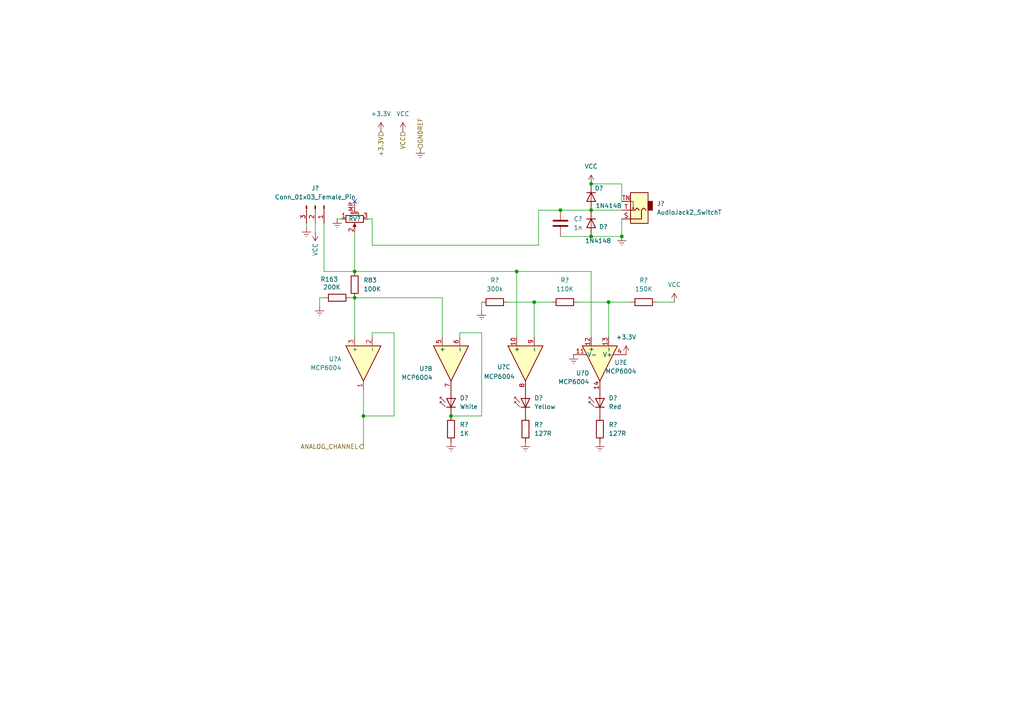
<source format=kicad_sch>
(kicad_sch (version 20250114) (generator "eeschema") (generator_version "9.0")
  (paper "A4")
  (lib_symbols
    (symbol "Amplifier_Operational:MCP6004" (pin_names (offset 0.127))
      (property "Reference" "U" (at 0 5.08 0))
      (property "Value" "MCP6004" (at 0 -5.08 0))
      (symbol "MCP6004_1_1"
        (polyline (pts (xy -5.08 5.08) (xy 5.08 0) (xy -5.08 -5.08) (xy -5.08 5.08)) (stroke (width 0.254)) (fill (type background)))
        (pin input line (at -7.62 2.54 0) (length 2.54) (name "+") (number "3"))
        (pin input line (at -7.62 -2.54 0) (length 2.54) (name "-") (number "2"))
        (pin output line (at 7.62 0 180) (length 2.54) (name "~") (number "1"))
      )
      (symbol "MCP6004_2_1"
        (polyline (pts (xy -5.08 5.08) (xy 5.08 0) (xy -5.08 -5.08) (xy -5.08 5.08)) (stroke (width 0.254)) (fill (type background)))
        (pin input line (at -7.62 2.54 0) (length 2.54) (name "+") (number "5"))
        (pin input line (at -7.62 -2.54 0) (length 2.54) (name "-") (number "6"))
        (pin output line (at 7.62 0 180) (length 2.54) (name "~") (number "7"))
      )
      (symbol "MCP6004_3_1"
        (polyline (pts (xy -5.08 5.08) (xy 5.08 0) (xy -5.08 -5.08) (xy -5.08 5.08)) (stroke (width 0.254)) (fill (type background)))
        (pin input line (at -7.62 2.54 0) (length 2.54) (name "+") (number "10"))
        (pin input line (at -7.62 -2.54 0) (length 2.54) (name "-") (number "9"))
        (pin output line (at 7.62 0 180) (length 2.54) (name "~") (number "8"))
      )
      (symbol "MCP6004_4_1"
        (polyline (pts (xy -5.08 5.08) (xy 5.08 0) (xy -5.08 -5.08) (xy -5.08 5.08)) (stroke (width 0.254)) (fill (type background)))
        (pin input line (at -7.62 2.54 0) (length 2.54) (name "+") (number "12"))
        (pin input line (at -7.62 -2.54 0) (length 2.54) (name "-") (number "13"))
        (pin output line (at 7.62 0 180) (length 2.54) (name "~") (number "14"))
      )
      (symbol "MCP6004_5_1"
        (pin power_in line (at -2.54 7.62 270) (length 3.81) (name "V+") (number "4"))
        (pin power_in line (at -2.54 -7.62 90) (length 3.81) (name "V-") (number "11"))
      )
    )
    (symbol "Connector:Conn_01x03_Pin" (pin_names (offset 1.016) (hide yes))
      (property "Reference" "J" (at 0 5.08 0))
      (property "Value" "Conn_01x03_Pin" (at 0 -5.08 0))
      (symbol "Conn_01x03_Pin_1_1"
        (rectangle (start 0.8636 2.667) (end 0 2.413) (stroke (width 0.1524)) (fill (type outline)))
        (rectangle (start 0.8636 0.127) (end 0 -0.127) (stroke (width 0.1524)) (fill (type outline)))
        (rectangle (start 0.8636 -2.413) (end 0 -2.667) (stroke (width 0.1524)) (fill (type outline)))
        (polyline (pts (xy 1.27 2.54) (xy 0.8636 2.54)) (stroke (width 0.1524)))
        (polyline (pts (xy 1.27 0) (xy 0.8636 0)) (stroke (width 0.1524)))
        (polyline (pts (xy 1.27 -2.54) (xy 0.8636 -2.54)) (stroke (width 0.1524)))
        (pin passive line (at 5.08 2.54 180) (length 3.81) (name "Pin_1") (number "1"))
        (pin passive line (at 5.08 0 180) (length 3.81) (name "Pin_2") (number "2"))
        (pin passive line (at 5.08 -2.54 180) (length 3.81) (name "Pin_3") (number "3"))
      )
    )
    (symbol "Connector_Audio:AudioJack2_SwitchT"
      (property "Reference" "J" (at 0 8.89 0))
      (property "Value" "AudioJack2_SwitchT" (at 0 6.35 0))
      (symbol "AudioJack2_SwitchT_0_1"
        (rectangle (start -2.54 0) (end -3.81 -2.54) (stroke (width 0.254)) (fill (type outline)))
        (polyline (pts (xy 0 0) (xy 0.635 -0.635) (xy 1.27 0) (xy 2.54 0)) (stroke (width 0.254)))
        (polyline (pts (xy 1.778 -0.254) (xy 2.032 -0.762)))
        (rectangle (start 2.54 3.81) (end -2.54 -5.08) (stroke (width 0.254)) (fill (type background)))
        (polyline (pts (xy 2.54 2.54) (xy -0.635 2.54) (xy -0.635 0) (xy -1.27 -0.635) (xy -1.905 0)) (stroke (width 0.254)))
        (polyline (pts (xy 2.54 -2.54) (xy 1.778 -2.54) (xy 1.778 -0.254) (xy 1.524 -0.762)))
      )
      (symbol "AudioJack2_SwitchT_1_1"
        (pin passive line (at 5.08 2.54 180) (length 2.54) (name "~") (number "S"))
        (pin passive line (at 5.08 0 180) (length 2.54) (name "~") (number "T"))
        (pin passive line (at 5.08 -2.54 180) (length 2.54) (name "~") (number "TN"))
      )
    )
    (symbol "Device:C" (pin_numbers (hide yes)) (pin_names (offset 0.254))
      (property "Reference" "C" (at 0.635 2.54 0))
      (property "Value" "C" (at 0.635 -2.54 0))
      (symbol "C_0_1"
        (polyline (pts (xy -2.032 0.762) (xy 2.032 0.762)) (stroke (width 0.508)))
        (polyline (pts (xy -2.032 -0.762) (xy 2.032 -0.762)) (stroke (width 0.508)))
      )
      (symbol "C_1_1"
        (pin passive line (at 0 3.81 270) (length 2.794) (name "~") (number "1"))
        (pin passive line (at 0 -3.81 90) (length 2.794) (name "~") (number "2"))
      )
    )
    (symbol "Device:D" (pin_numbers (hide yes)) (pin_names (offset 1.016) (hide yes))
      (property "Reference" "D" (at 0 2.54 0))
      (property "Value" "D" (at 0 -2.54 0))
      (symbol "D_0_1"
        (polyline (pts (xy -1.27 1.27) (xy -1.27 -1.27)) (stroke (width 0.254)))
        (polyline (pts (xy 1.27 1.27) (xy 1.27 -1.27) (xy -1.27 0) (xy 1.27 1.27)) (stroke (width 0.254)))
        (polyline (pts (xy 1.27 0) (xy -1.27 0)))
      )
      (symbol "D_1_1"
        (pin passive line (at -3.81 0 0) (length 2.54) (name "K") (number "1"))
        (pin passive line (at 3.81 0 180) (length 2.54) (name "A") (number "2"))
      )
    )
    (symbol "Device:R" (pin_numbers (hide yes)) (pin_names (offset 0))
      (property "Reference" "R" (at 2.032 0 90))
      (property "Value" "R" (at 0 0 90))
      (symbol "R_0_1"
        (rectangle (start -1.016 -2.54) (end 1.016 2.54) (stroke (width 0.254)))
      )
      (symbol "R_1_1"
        (pin passive line (at 0 3.81 270) (length 1.27) (name "~") (number "1"))
        (pin passive line (at 0 -3.81 90) (length 1.27) (name "~") (number "2"))
      )
    )
    (symbol "Device:R_Potentiometer_MountingPin" (pin_names (offset 1.016) (hide yes))
      (property "Reference" "RV" (at -8.255 0 90))
      (property "Value" "R_Potentiometer_MountingPin" (at -6.35 0 90))
      (symbol "R_Potentiometer_MountingPin_0_1"
        (rectangle (start 1.016 2.54) (end -1.016 -2.54) (stroke (width 0.254)))
        (polyline (pts (xy 1.143 0) (xy 2.286 0.508) (xy 2.286 -0.508)) (fill (type outline)))
        (polyline (pts (xy 2.54 0) (xy 1.524 0)))
      )
      (symbol "R_Potentiometer_MountingPin_1_1"
        (polyline (pts (xy -2.032 1.016) (xy -2.032 -1.016)) (stroke (width 0.1524)))
        (text "Mounting" (at -1.651 0 900) (effects (font (size 0.381 0.381))))
        (pin passive line (at -5.08 0 0) (length 3.048) (name "MountPin") (number "MP"))
        (pin passive line (at 0 3.81 270) (length 1.27) (name "1") (number "1"))
        (pin passive line (at 0 -3.81 90) (length 1.27) (name "3") (number "3"))
        (pin passive line (at 3.81 0 180) (length 1.27) (name "2") (number "2"))
      )
    )
    (symbol "LED:IRL81A" (pin_numbers (hide yes)) (pin_names (offset 1.016) (hide yes))
      (property "Reference" "D" (at 0.508 1.778 0))
      (property "Value" "IRL81A" (at -1.016 -2.794 0))
      (symbol "IRL81A_0_1"
        (polyline (pts (xy -2.54 1.27) (xy -2.54 -1.27)) (stroke (width 0.254)))
        (polyline (pts (xy -2.54 0) (xy 0 0)))
        (polyline (pts (xy -2.413 1.651) (xy -0.889 3.175) (xy -0.889 2.667) (xy -0.889 3.175) (xy -1.397 3.175)))
        (polyline (pts (xy -1.143 1.651) (xy 0.381 3.175) (xy 0.381 2.667)))
        (polyline (pts (xy 0 -1.27) (xy 0 1.27) (xy -2.54 0) (xy 0 -1.27)) (stroke (width 0.254)))
        (polyline (pts (xy 0.381 3.175) (xy -0.127 3.175)))
      )
      (symbol "IRL81A_1_1"
        (pin passive line (at -5.08 0 0) (length 2.54) (name "K") (number "1"))
        (pin passive line (at 2.54 0 180) (length 2.54) (name "A") (number "2"))
      )
    )
    (symbol "power:+3.3V" (power) (pin_numbers (hide yes)) (pin_names (offset 0) (hide yes))
      (property "Value" "+3.3V" (at 0 3.556 0))
      (symbol "+3.3V_0_1"
        (polyline (pts (xy -0.762 1.27) (xy 0 2.54)))
        (polyline (pts (xy 0 2.54) (xy 0.762 1.27)))
        (polyline (pts (xy 0 0) (xy 0 2.54)))
      )
      (symbol "+3.3V_1_1"
        (pin power_in line (at 0 0 90) (length 0) (name "~") (number "1"))
      )
    )
    (symbol "power:GNDREF" (power) (pin_numbers (hide yes)) (pin_names (offset 0) (hide yes))
      (property "Value" "GNDREF" (at 0 -3.81 0))
      (symbol "GNDREF_0_1"
        (polyline (pts (xy -0.635 -1.905) (xy 0.635 -1.905)))
        (polyline (pts (xy -0.127 -2.54) (xy 0.127 -2.54)))
        (polyline (pts (xy 0 -1.27) (xy 0 0)))
        (polyline (pts (xy 1.27 -1.27) (xy -1.27 -1.27)))
      )
      (symbol "GNDREF_1_1"
        (pin power_in line (at 0 0 270) (length 0) (name "~") (number "1"))
      )
    )
    (symbol "power:VCC" (power) (pin_numbers (hide yes)) (pin_names (offset 0) (hide yes))
      (property "Value" "VCC" (at 0 3.556 0))
      (symbol "VCC_0_1"
        (polyline (pts (xy -0.762 1.27) (xy 0 2.54)))
        (polyline (pts (xy 0 2.54) (xy 0.762 1.27)))
        (polyline (pts (xy 0 0) (xy 0 2.54)))
      )
      (symbol "VCC_1_1"
        (pin power_in line (at 0 0 90) (length 0) (name "~") (number "1"))
      )
    )
  )
  (junction (at 180.34 68.58))
  (junction (at 130.81 120.65))
  (junction (at 162.56 60.96))
  (junction (at 171.45 60.96))
  (junction (at 171.45 68.58))
  (junction (at 102.87 78.74))
  (junction (at 105.41 120.65))
  (junction (at 102.87 86.36))
  (junction (at 176.53 87.63))
  (junction (at 154.94 87.63))
  (junction (at 171.45 53.34))
  (junction (at 149.86 78.74))
  (no_connect (at 102.87 58.42))
  (wire (pts (xy 162.56 68.58) (xy 171.45 68.58)))
  (wire (pts (xy 162.56 60.96) (xy 171.45 60.96)))
  (wire (pts (xy 92.71 86.36) (xy 92.71 88.9)))
  (wire (pts (xy 133.35 96.52) (xy 133.35 97.79)))
  (wire (pts (xy 102.87 78.74) (xy 149.86 78.74)))
  (wire (pts (xy 102.87 86.36) (xy 128.27 86.36)))
  (wire (pts (xy 107.95 63.5) (xy 107.95 71.12)))
  (wire (pts (xy 102.87 85.09) (xy 102.87 86.36)))
  (wire (pts (xy 107.95 63.5) (xy 106.68 63.5)))
  (wire (pts (xy 167.64 87.63) (xy 176.53 87.63)))
  (wire (pts (xy 156.21 60.96) (xy 162.56 60.96)))
  (wire (pts (xy 93.98 64.77) (xy 93.98 78.74)))
  (wire (pts (xy 97.79 63.5) (xy 99.06 63.5)))
  (wire (pts (xy 105.41 129.54) (xy 105.41 120.65)))
  (wire (pts (xy 107.95 71.12) (xy 156.21 71.12)))
  (wire (pts (xy 130.81 120.65) (xy 139.7 120.65)))
  (wire (pts (xy 154.94 87.63) (xy 154.94 97.79)))
  (wire (pts (xy 133.35 96.52) (xy 139.7 96.52)))
  (wire (pts (xy 180.34 53.34) (xy 180.34 58.42)))
  (wire (pts (xy 176.53 87.63) (xy 182.88 87.63)))
  (wire (pts (xy 107.95 96.52) (xy 114.3 96.52)))
  (wire (pts (xy 147.32 87.63) (xy 154.94 87.63)))
  (wire (pts (xy 102.87 67.31) (xy 102.87 78.74)))
  (wire (pts (xy 107.95 96.52) (xy 107.95 97.79)))
  (wire (pts (xy 93.98 78.74) (xy 102.87 78.74)))
  (wire (pts (xy 180.34 68.58) (xy 180.34 63.5)))
  (wire (pts (xy 195.58 87.63) (xy 190.5 87.63)))
  (wire (pts (xy 171.45 68.58) (xy 180.34 68.58)))
  (wire (pts (xy 102.87 86.36) (xy 102.87 97.79)))
  (wire (pts (xy 92.71 86.36) (xy 93.98 86.36)))
  (wire (pts (xy 91.44 64.77) (xy 91.44 67.31)))
  (wire (pts (xy 128.27 86.36) (xy 128.27 97.79)))
  (wire (pts (xy 171.45 60.96) (xy 180.34 60.96)))
  (wire (pts (xy 156.21 71.12) (xy 156.21 60.96)))
  (wire (pts (xy 88.9 64.77) (xy 88.9 66.04)))
  (wire (pts (xy 101.6 86.36) (xy 102.87 86.36)))
  (wire (pts (xy 149.86 78.74) (xy 171.45 78.74)))
  (wire (pts (xy 171.45 78.74) (xy 171.45 97.79)))
  (wire (pts (xy 114.3 120.65) (xy 105.41 120.65)))
  (wire (pts (xy 171.45 53.34) (xy 180.34 53.34)))
  (wire (pts (xy 139.7 96.52) (xy 139.7 120.65)))
  (wire (pts (xy 176.53 87.63) (xy 176.53 97.79)))
  (wire (pts (xy 149.86 78.74) (xy 149.86 97.79)))
  (wire (pts (xy 105.41 113.03) (xy 105.41 120.65)))
  (wire (pts (xy 154.94 87.63) (xy 160.02 87.63)))
  (wire (pts (xy 114.3 96.52) (xy 114.3 120.65)))
  (wire (pts (xy 139.7 87.63) (xy 139.7 90.17)))
  (hierarchical_label "GNDREF" (shape input) (at 121.92 43.18 90))
  (hierarchical_label "ANALOG_CHANNEL" (shape output) (at 105.41 129.54 180))
  (hierarchical_label "VCC" (shape input) (at 116.84 38.1 270))
  (hierarchical_label "+3.3V" (shape input) (at 110.49 38.1 270))
  (symbol (lib_id "Connector:Conn_01x03_Pin") (at 91.44 59.69 270) (unit 1)
    (property "Reference" "J?" (at 91.44 54.61 90))
    (property "Value" "Conn_01x03_Female_Pin" (at 91.44 57.15 90))
    (property "Footprint" "Connector_PinSocket_2.54mm:PinSocket_1x03_P2.54mm_Vertical" (effects (hide yes)))
    (property "Description" "Generic connector, single row, 01x03, script generated" (effects (hide yes)))
  )
  (symbol (lib_id "power:+3.3V") (at 181.61 102.87 0) (unit 1)
    (property "Reference" "#PWR085" (effects (hide yes)))
    (property "Value" "+3.3V" (at 181.61 97.79 0))
    (property "Description" "Power symbol creates a global label with name \"+3.3V\"" (effects (hide yes)))
    (instances (project "Oblique Palette 0.5.1 PCB Main" (path "" (reference "#PWR0136") (unit 1)) (path "" (reference "#PWR0102") (unit 1)) (path "" (reference "#PWR0353") (unit 1)) (path "" (reference "#PWR0187") (unit 1)) (path "" (reference "#PWR0170") (unit 1)) (path "" (reference "#PWR0119") (unit 1)) (path "" (reference "#PWR085") (unit 1)) (path "" (reference "#PWR0153") (unit 1))))
  )
  (symbol (lib_id "Device:R") (at 102.87 82.55 0) (unit 1)
    (property "Reference" "R68" (at 105.41 81.2799 0) (effects (justify left)))
    (property "Value" "100K" (at 105.41 83.8199 0) (effects (justify left)))
    (property "Footprint" "Resistor_SMD:R_0805_2012Metric" (effects (hide yes)))
    (property "Description" "Resistor" (effects (hide yes)))
    (instances (project "Oblique Palette 0.5.1 PCB Main" (path "" (reference "R83") (unit 1)) (path "" (reference "R72") (unit 1)) (path "" (reference "R105") (unit 1)) (path "" (reference "R101") (unit 1)) (path "" (reference "R94") (unit 1)) (path "" (reference "R79") (unit 1)) (path "" (reference "R68") (unit 1)) (path "" (reference "R90") (unit 1))))
  )
  (symbol (lib_id "Device:C") (at 162.56 64.77 0) (unit 1)
    (property "Reference" "C?" (at 166.37 63.4999 0) (effects (justify left)))
    (property "Value" "1n" (at 166.37 66.0399 0) (effects (justify left)))
    (property "Footprint" "Capacitor_SMD:C_0805_2012Metric" (effects (hide yes)))
    (property "Description" "Unpolarized capacitor" (effects (hide yes)))
  )
  (symbol (lib_id "power:GNDREF") (at 139.7 90.17 0) (unit 1)
    (property "Reference" "#PWR?" (effects (hide yes)))
    (property "Value" "GNDREF" (effects (hide yes)))
    (property "Description" "Power symbol creates a global label with name \"GNDREF\" , reference supply ground" (effects (hide yes)))
  )
  (symbol (lib_id "power:GNDREF") (at 97.79 63.5 0) (unit 1)
    (property "Reference" "#PWR?" (effects (hide yes)))
    (property "Value" "GNDREF" (effects (hide yes)))
    (property "Description" "Power symbol creates a global label with name \"GNDREF\" , reference supply ground" (effects (hide yes)))
  )
  (symbol (lib_id "Device:R") (at 173.99 124.46 0) (unit 1)
    (property "Reference" "R?" (at 176.53 123.1899 0) (effects (justify left)))
    (property "Value" "127R" (at 176.53 125.7299 0) (effects (justify left)))
    (property "Footprint" "Resistor_SMD:R_0805_2012Metric" (effects (hide yes)))
    (property "Description" "Resistor" (effects (hide yes)))
  )
  (symbol (lib_id "Amplifier_Operational:MCP6004") (at 173.99 105.41 270) (unit 5)
    (property "Reference" "U?" (at 180.086 105.156 90))
    (property "Value" "MCP6004" (at 180.086 107.696 90))
    (property "Footprint" "Package_SO:SOIC-14_3.9x8.7mm_P1.27mm" (effects (hide yes)))
    (property "Datasheet" "http://ww1.microchip.com/downloads/en/DeviceDoc/21733j.pdf" (effects (hide yes)))
    (property "Description" "1MHz, Low-Power Op Amp, DIP-14/SOIC-14/TSSOP-14" (effects (hide yes)))
    (property "LCSC PN" "C116668" (effects (hide yes)))
  )
  (symbol (lib_id "Device:R") (at 97.79 86.36 270) (unit 1)
    (property "Reference" "R160" (at 95.504 81.026 90))
    (property "Value" "200K" (at 96.266 83.312 90))
    (property "Footprint" "Resistor_SMD:R_0805_2012Metric" (effects (hide yes)))
    (property "Description" "Resistor" (effects (hide yes)))
    (instances (project "Oblique Palette 0.5.1 PCB Main" (path "" (reference "R163") (unit 1)) (path "" (reference "R161") (unit 1)) (path "" (reference "R167") (unit 1)) (path "" (reference "R166") (unit 1)) (path "" (reference "R165") (unit 1)) (path "" (reference "R162") (unit 1)) (path "" (reference "R160") (unit 1)) (path "" (reference "R164") (unit 1))))
  )
  (symbol (lib_id "Amplifier_Operational:MCP6004") (at 105.41 105.41 90) (mirror x) (unit 1)
    (property "Reference" "U?" (at 99.06 104.1399 90) (effects (justify left)))
    (property "Value" "MCP6004" (at 99.06 106.6799 90) (effects (justify left)))
    (property "Footprint" "Package_SO:SOIC-14_3.9x8.7mm_P1.27mm" (effects (hide yes)))
    (property "Datasheet" "http://ww1.microchip.com/downloads/en/DeviceDoc/21733j.pdf" (effects (hide yes)))
    (property "Description" "1MHz, Low-Power Op Amp, DIP-14/SOIC-14/TSSOP-14" (effects (hide yes)))
    (property "LCSC PN" "C116668" (effects (hide yes)))
  )
  (symbol (lib_id "power:GNDREF") (at 130.81 128.27 0) (unit 1)
    (property "Reference" "#PWR?" (effects (hide yes)))
    (property "Value" "GNDREF" (effects (hide yes)))
    (property "Description" "Power symbol creates a global label with name \"GNDREF\" , reference supply ground" (effects (hide yes)))
  )
  (symbol (lib_id "Amplifier_Operational:MCP6004") (at 152.4 105.41 90) (mirror x) (unit 3)
    (property "Reference" "U?" (at 148.082 106.426 90) (effects (justify left)))
    (property "Value" "MCP6004" (at 149.352 109.22 90) (effects (justify left)))
    (property "Footprint" "Package_SO:SOIC-14_3.9x8.7mm_P1.27mm" (effects (hide yes)))
    (property "Datasheet" "http://ww1.microchip.com/downloads/en/DeviceDoc/21733j.pdf" (effects (hide yes)))
    (property "Description" "1MHz, Low-Power Op Amp, DIP-14/SOIC-14/TSSOP-14" (effects (hide yes)))
    (property "LCSC PN" "C116668" (effects (hide yes)))
  )
  (symbol (lib_id "power:VCC") (at 91.44 67.31 180) (unit 1)
    (property "Reference" "#PWR?" (effects (hide yes)))
    (property "Value" "VCC" (at 91.44 72.39 90))
    (property "Description" "Power symbol creates a global label with name \"VCC\"" (effects (hide yes)))
  )
  (symbol (lib_id "power:VCC") (at 171.45 53.34 0) (unit 1)
    (property "Reference" "#PWR?" (effects (hide yes)))
    (property "Value" "VCC" (at 171.45 48.26 0))
    (property "Description" "Power symbol creates a global label with name \"VCC\"" (effects (hide yes)))
  )
  (symbol (lib_id "power:GNDREF") (at 166.37 102.87 0) (unit 1)
    (property "Reference" "#PWR?" (effects (hide yes)))
    (property "Value" "GNDREF" (effects (hide yes)))
    (property "Description" "Power symbol creates a global label with name \"GNDREF\" , reference supply ground" (effects (hide yes)))
  )
  (symbol (lib_id "power:GNDREF") (at 92.71 88.9 0) (unit 1)
    (property "Reference" "#PWR0214" (effects (hide yes)))
    (property "Value" "GNDREF" (effects (hide yes)))
    (property "Description" "Power symbol creates a global label with name \"GNDREF\" , reference supply ground" (effects (hide yes)))
    (instances (project "Oblique Palette 0.5.1 PCB Main" (path "" (reference "#PWR0231") (unit 1)) (path "" (reference "#PWR0216") (unit 1)) (path "" (reference "#PWR0261") (unit 1)) (path "" (reference "#PWR0259") (unit 1)) (path "" (reference "#PWR0246") (unit 1)) (path "" (reference "#PWR0229") (unit 1)) (path "" (reference "#PWR0214") (unit 1)) (path "" (reference "#PWR0244") (unit 1))))
  )
  (symbol (lib_id "Device:D") (at 171.45 57.15 270) (unit 1)
    (property "Reference" "D?" (at 172.466 54.61 90) (effects (justify left)))
    (property "Value" "1N4148" (at 172.72 59.69 90) (effects (justify left)))
    (property "Footprint" "Diode_SMD:D_SOD-123" (effects (hide yes)))
    (property "Description" "Diode" (effects (hide yes)))
    (property "Sim.Device" "D" (effects (hide yes)))
    (property "Sim.Pins" "1=K 2=A" (effects (hide yes)))
  )
  (symbol (lib_id "power:VCC") (at 116.84 38.1 0) (unit 1)
    (property "Reference" "#PWR?" (effects (hide yes)))
    (property "Value" "VCC" (at 116.84 33.02 0))
    (property "Description" "Power symbol creates a global label with name \"VCC\"" (effects (hide yes)))
  )
  (symbol (lib_id "Amplifier_Operational:MCP6004") (at 130.81 105.41 90) (mirror x) (unit 2)
    (property "Reference" "U?" (at 125.476 106.934 90) (effects (justify left)))
    (property "Value" "MCP6004" (at 125.476 109.474 90) (effects (justify left)))
    (property "Footprint" "Package_SO:SOIC-14_3.9x8.7mm_P1.27mm" (effects (hide yes)))
    (property "Datasheet" "http://ww1.microchip.com/downloads/en/DeviceDoc/21733j.pdf" (effects (hide yes)))
    (property "Description" "1MHz, Low-Power Op Amp, DIP-14/SOIC-14/TSSOP-14" (effects (hide yes)))
    (property "LCSC PN" "C116668" (effects (hide yes)))
  )
  (symbol (lib_id "power:GNDREF") (at 173.99 128.27 0) (unit 1)
    (property "Reference" "#PWR?" (effects (hide yes)))
    (property "Value" "GNDREF" (effects (hide yes)))
    (property "Description" "Power symbol creates a global label with name \"GNDREF\" , reference supply ground" (effects (hide yes)))
  )
  (symbol (lib_id "Device:D") (at 171.45 64.77 270) (unit 1)
    (property "Reference" "D?" (at 173.736 65.786 90) (effects (justify left)))
    (property "Value" "1N4148" (at 169.672 69.85 90) (effects (justify left)))
    (property "Footprint" "Diode_SMD:D_SOD-123" (effects (hide yes)))
    (property "Description" "Diode" (effects (hide yes)))
    (property "Sim.Device" "D" (effects (hide yes)))
    (property "Sim.Pins" "1=K 2=A" (effects (hide yes)))
  )
  (symbol (lib_id "LED:IRL81A") (at 130.81 115.57 90) (unit 1)
    (property "Reference" "D?" (at 133.35 115.4429 90) (effects (justify right)))
    (property "Value" "White" (at 133.35 117.9829 90) (effects (justify right)))
    (property "Footprint" "LED_THT:LED_SideEmitter_Rectangular_W4.5mm_H1.6mm" (effects (hide yes)))
    (property "Datasheet" "http://www.osram-os.com/Graphics/XPic0/00203825_0.pdf" (effects (hide yes)))
    (property "Description" "850nm High Power Infrared Emitter, Side-Emitter package" (effects (hide yes)))
  )
  (symbol (lib_id "Device:R") (at 130.81 124.46 0) (unit 1)
    (property "Reference" "R?" (at 133.35 123.1899 0) (effects (justify left)))
    (property "Value" "1K" (at 133.35 125.7299 0) (effects (justify left)))
    (property "Footprint" "Resistor_SMD:R_0805_2012Metric" (effects (hide yes)))
    (property "Description" "Resistor" (effects (hide yes)))
  )
  (symbol (lib_id "Amplifier_Operational:MCP6004") (at 173.99 105.41 90) (mirror x) (unit 4)
    (property "Reference" "U?" (at 170.942 108.204 90) (effects (justify left)))
    (property "Value" "MCP6004" (at 170.942 110.744 90) (effects (justify left)))
    (property "Footprint" "Package_SO:SOIC-14_3.9x8.7mm_P1.27mm" (effects (hide yes)))
    (property "Datasheet" "http://ww1.microchip.com/downloads/en/DeviceDoc/21733j.pdf" (effects (hide yes)))
    (property "Description" "1MHz, Low-Power Op Amp, DIP-14/SOIC-14/TSSOP-14" (effects (hide yes)))
    (property "LCSC PN" "C116668" (effects (hide yes)))
  )
  (symbol (lib_id "power:GNDREF") (at 180.34 68.58 0) (unit 1)
    (property "Reference" "#PWR?" (effects (hide yes)))
    (property "Value" "GNDREF" (effects (hide yes)))
    (property "Description" "Power symbol creates a global label with name \"GNDREF\" , reference supply ground" (effects (hide yes)))
  )
  (symbol (lib_id "power:GNDREF") (at 121.92 43.18 0) (unit 1)
    (property "Reference" "#PWR?" (effects (hide yes)))
    (property "Value" "GNDREF" (effects (hide yes)))
    (property "Description" "Power symbol creates a global label with name \"GNDREF\" , reference supply ground" (effects (hide yes)))
  )
  (symbol (lib_id "Device:R") (at 152.4 124.46 0) (unit 1)
    (property "Reference" "R?" (at 154.94 123.1899 0) (effects (justify left)))
    (property "Value" "127R" (at 154.94 125.7299 0) (effects (justify left)))
    (property "Footprint" "Resistor_SMD:R_0805_2012Metric" (effects (hide yes)))
    (property "Description" "Resistor" (effects (hide yes)))
  )
  (symbol (lib_id "power:VCC") (at 195.58 87.63 0) (unit 1)
    (property "Reference" "#PWR0345" (effects (hide yes)))
    (property "Value" "VCC" (at 195.58 82.55 0))
    (property "Description" "Power symbol creates a global label with name \"VCC\"" (effects (hide yes)))
    (instances (project "Oblique Palette 0.5.1 PCB Main" (path "" (reference "#PWR0348") (unit 1)) (path "" (reference "#PWR0346") (unit 1)) (path "" (reference "#PWR0352") (unit 1)) (path "" (reference "#PWR0351") (unit 1)) (path "" (reference "#PWR0350") (unit 1)) (path "" (reference "#PWR0347") (unit 1)) (path "" (reference "#PWR0345") (unit 1)) (path "" (reference "#PWR0349") (unit 1))))
  )
  (symbol (lib_id "power:+3.3V") (at 110.49 38.1 0) (unit 1)
    (property "Reference" "#PWR082" (effects (hide yes)))
    (property "Value" "+3.3V" (at 110.49 33.02 0))
    (property "Description" "Power symbol creates a global label with name \"+3.3V\"" (effects (hide yes)))
    (instances (project "" (path "" (reference "#PWR0133") (unit 1)) (path "" (reference "#PWR099") (unit 1)) (path "" (reference "#PWR0201") (unit 1)) (path "" (reference "#PWR0184") (unit 1)) (path "" (reference "#PWR0167") (unit 1)) (path "" (reference "#PWR0116") (unit 1)) (path "" (reference "#PWR082") (unit 1)) (path "" (reference "#PWR0150") (unit 1))))
  )
  (symbol (lib_id "Device:R") (at 163.83 87.63 90) (unit 1)
    (property "Reference" "R?" (at 163.83 81.28 90))
    (property "Value" "110K" (at 163.83 83.82 90))
    (property "Footprint" "Resistor_SMD:R_0805_2012Metric" (effects (hide yes)))
    (property "Description" "Resistor" (effects (hide yes)))
  )
  (symbol (lib_id "LED:IRL81A") (at 152.4 115.57 90) (unit 1)
    (property "Reference" "D?" (at 154.94 115.4429 90) (effects (justify right)))
    (property "Value" "Yellow" (at 154.94 117.9829 90) (effects (justify right)))
    (property "Footprint" "LED_THT:LED_SideEmitter_Rectangular_W4.5mm_H1.6mm" (effects (hide yes)))
    (property "Datasheet" "http://www.osram-os.com/Graphics/XPic0/00203825_0.pdf" (effects (hide yes)))
    (property "Description" "850nm High Power Infrared Emitter, Side-Emitter package" (effects (hide yes)))
  )
  (symbol (lib_id "Device:R") (at 186.69 87.63 90) (unit 1)
    (property "Reference" "R?" (at 186.69 81.28 90))
    (property "Value" "150K" (at 186.69 83.82 90))
    (property "Footprint" "Resistor_SMD:R_0805_2012Metric" (effects (hide yes)))
    (property "Description" "Resistor" (effects (hide yes)))
  )
  (symbol (lib_id "power:GNDREF") (at 152.4 128.27 0) (unit 1)
    (property "Reference" "#PWR?" (effects (hide yes)))
    (property "Value" "GNDREF" (effects (hide yes)))
    (property "Description" "Power symbol creates a global label with name \"GNDREF\" , reference supply ground" (effects (hide yes)))
  )
  (symbol (lib_id "Device:R_Potentiometer_MountingPin") (at 102.87 63.5 90) (mirror x) (unit 1)
    (property "Reference" "RV?" (at 102.87 63.5 90))
    (property "Value" "R_Potentiometer_MountingPin" (effects (hide yes)))
    (property "Footprint" "Potentiometer_THT:Potentiometer_Alps_RK09K_Single_Vertical" (effects (hide yes)))
    (property "Description" "Potentiometer with a mounting pin" (effects (hide yes)))
  )
  (symbol (lib_id "Connector_Audio:AudioJack2_SwitchT") (at 185.42 60.96 180) (unit 1)
    (property "Reference" "J?" (at 190.5 59.0549 0) (effects (justify right)))
    (property "Value" "AudioJack2_SwitchT" (at 190.5 61.5949 0) (effects (justify right)))
    (property "Footprint" "Connector_Audio:Jack_3.5mm_QingPu_WQP-PJ398SM_Vertical_CircularHoles" (effects (hide yes)))
    (property "Description" "Audio Jack, 2 Poles (Mono / TS), Switched T Pole (Normalling)" (effects (hide yes)))
  )
  (symbol (lib_id "LED:IRL81A") (at 173.99 115.57 90) (unit 1)
    (property "Reference" "D?" (at 176.53 115.4429 90) (effects (justify right)))
    (property "Value" "Red" (at 176.53 117.9829 90) (effects (justify right)))
    (property "Footprint" "LED_THT:LED_SideEmitter_Rectangular_W4.5mm_H1.6mm" (effects (hide yes)))
    (property "Datasheet" "http://www.osram-os.com/Graphics/XPic0/00203825_0.pdf" (effects (hide yes)))
    (property "Description" "850nm High Power Infrared Emitter, Side-Emitter package" (effects (hide yes)))
  )
  (symbol (lib_id "Device:R") (at 143.51 87.63 90) (unit 1)
    (property "Reference" "R?" (at 143.51 81.28 90))
    (property "Value" "300k" (at 143.51 83.82 90))
    (property "Footprint" "Resistor_SMD:R_0805_2012Metric" (effects (hide yes)))
    (property "Description" "Resistor" (effects (hide yes)))
  )
  (symbol (lib_id "power:GNDREF") (at 88.9 66.04 0) (unit 1)
    (property "Reference" "#PWR?" (effects (hide yes)))
    (property "Value" "GNDREF" (effects (hide yes)))
    (property "Description" "Power symbol creates a global label with name \"GNDREF\" , reference supply ground" (effects (hide yes)))
  )
)
</source>
